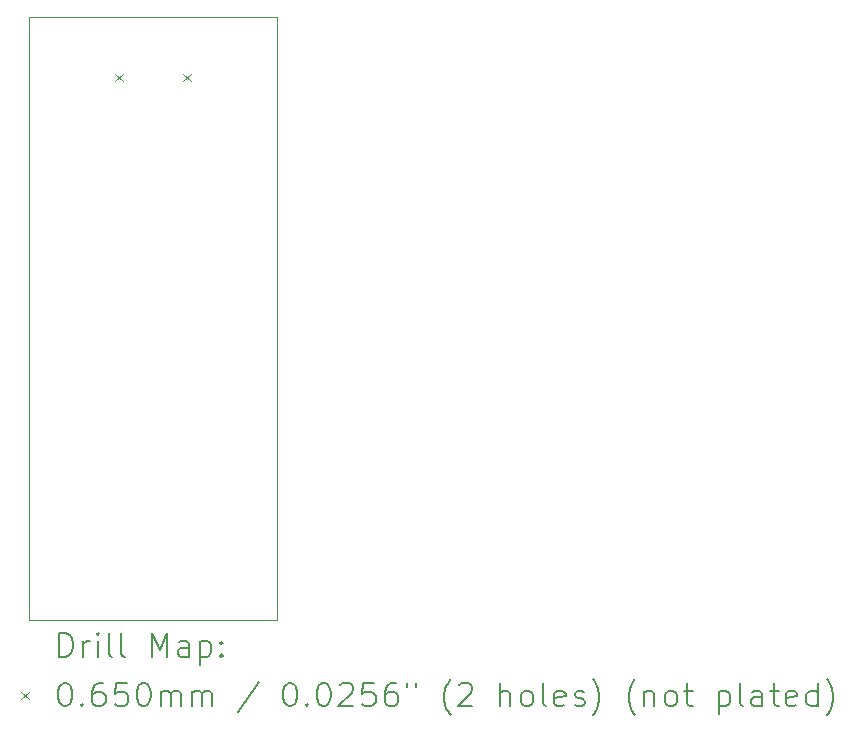
<source format=gbr>
%TF.GenerationSoftware,KiCad,Pcbnew,9.0.6*%
%TF.CreationDate,2026-01-01T23:14:20-05:00*%
%TF.ProjectId,rp2040 better,72703230-3430-4206-9265-747465722e6b,rev?*%
%TF.SameCoordinates,Original*%
%TF.FileFunction,Drillmap*%
%TF.FilePolarity,Positive*%
%FSLAX45Y45*%
G04 Gerber Fmt 4.5, Leading zero omitted, Abs format (unit mm)*
G04 Created by KiCad (PCBNEW 9.0.6) date 2026-01-01 23:14:20*
%MOMM*%
%LPD*%
G01*
G04 APERTURE LIST*
%ADD10C,0.050000*%
%ADD11C,0.200000*%
%ADD12C,0.100000*%
G04 APERTURE END LIST*
D10*
X19025000Y-5400000D02*
X21125000Y-5400000D01*
X21125000Y-10500000D01*
X19025000Y-10500000D01*
X19025000Y-5400000D01*
D11*
D12*
X19753500Y-5877500D02*
X19818500Y-5942500D01*
X19818500Y-5877500D02*
X19753500Y-5942500D01*
X20331500Y-5877500D02*
X20396500Y-5942500D01*
X20396500Y-5877500D02*
X20331500Y-5942500D01*
D11*
X19283277Y-10813984D02*
X19283277Y-10613984D01*
X19283277Y-10613984D02*
X19330896Y-10613984D01*
X19330896Y-10613984D02*
X19359467Y-10623508D01*
X19359467Y-10623508D02*
X19378515Y-10642555D01*
X19378515Y-10642555D02*
X19388039Y-10661603D01*
X19388039Y-10661603D02*
X19397563Y-10699698D01*
X19397563Y-10699698D02*
X19397563Y-10728270D01*
X19397563Y-10728270D02*
X19388039Y-10766365D01*
X19388039Y-10766365D02*
X19378515Y-10785412D01*
X19378515Y-10785412D02*
X19359467Y-10804460D01*
X19359467Y-10804460D02*
X19330896Y-10813984D01*
X19330896Y-10813984D02*
X19283277Y-10813984D01*
X19483277Y-10813984D02*
X19483277Y-10680650D01*
X19483277Y-10718746D02*
X19492801Y-10699698D01*
X19492801Y-10699698D02*
X19502324Y-10690174D01*
X19502324Y-10690174D02*
X19521372Y-10680650D01*
X19521372Y-10680650D02*
X19540420Y-10680650D01*
X19607086Y-10813984D02*
X19607086Y-10680650D01*
X19607086Y-10613984D02*
X19597563Y-10623508D01*
X19597563Y-10623508D02*
X19607086Y-10633031D01*
X19607086Y-10633031D02*
X19616610Y-10623508D01*
X19616610Y-10623508D02*
X19607086Y-10613984D01*
X19607086Y-10613984D02*
X19607086Y-10633031D01*
X19730896Y-10813984D02*
X19711848Y-10804460D01*
X19711848Y-10804460D02*
X19702324Y-10785412D01*
X19702324Y-10785412D02*
X19702324Y-10613984D01*
X19835658Y-10813984D02*
X19816610Y-10804460D01*
X19816610Y-10804460D02*
X19807086Y-10785412D01*
X19807086Y-10785412D02*
X19807086Y-10613984D01*
X20064229Y-10813984D02*
X20064229Y-10613984D01*
X20064229Y-10613984D02*
X20130896Y-10756841D01*
X20130896Y-10756841D02*
X20197563Y-10613984D01*
X20197563Y-10613984D02*
X20197563Y-10813984D01*
X20378515Y-10813984D02*
X20378515Y-10709222D01*
X20378515Y-10709222D02*
X20368991Y-10690174D01*
X20368991Y-10690174D02*
X20349944Y-10680650D01*
X20349944Y-10680650D02*
X20311848Y-10680650D01*
X20311848Y-10680650D02*
X20292801Y-10690174D01*
X20378515Y-10804460D02*
X20359467Y-10813984D01*
X20359467Y-10813984D02*
X20311848Y-10813984D01*
X20311848Y-10813984D02*
X20292801Y-10804460D01*
X20292801Y-10804460D02*
X20283277Y-10785412D01*
X20283277Y-10785412D02*
X20283277Y-10766365D01*
X20283277Y-10766365D02*
X20292801Y-10747317D01*
X20292801Y-10747317D02*
X20311848Y-10737793D01*
X20311848Y-10737793D02*
X20359467Y-10737793D01*
X20359467Y-10737793D02*
X20378515Y-10728270D01*
X20473753Y-10680650D02*
X20473753Y-10880650D01*
X20473753Y-10690174D02*
X20492801Y-10680650D01*
X20492801Y-10680650D02*
X20530896Y-10680650D01*
X20530896Y-10680650D02*
X20549944Y-10690174D01*
X20549944Y-10690174D02*
X20559467Y-10699698D01*
X20559467Y-10699698D02*
X20568991Y-10718746D01*
X20568991Y-10718746D02*
X20568991Y-10775889D01*
X20568991Y-10775889D02*
X20559467Y-10794936D01*
X20559467Y-10794936D02*
X20549944Y-10804460D01*
X20549944Y-10804460D02*
X20530896Y-10813984D01*
X20530896Y-10813984D02*
X20492801Y-10813984D01*
X20492801Y-10813984D02*
X20473753Y-10804460D01*
X20654705Y-10794936D02*
X20664229Y-10804460D01*
X20664229Y-10804460D02*
X20654705Y-10813984D01*
X20654705Y-10813984D02*
X20645182Y-10804460D01*
X20645182Y-10804460D02*
X20654705Y-10794936D01*
X20654705Y-10794936D02*
X20654705Y-10813984D01*
X20654705Y-10690174D02*
X20664229Y-10699698D01*
X20664229Y-10699698D02*
X20654705Y-10709222D01*
X20654705Y-10709222D02*
X20645182Y-10699698D01*
X20645182Y-10699698D02*
X20654705Y-10690174D01*
X20654705Y-10690174D02*
X20654705Y-10709222D01*
D12*
X18957500Y-11110000D02*
X19022500Y-11175000D01*
X19022500Y-11110000D02*
X18957500Y-11175000D01*
D11*
X19321372Y-11033984D02*
X19340420Y-11033984D01*
X19340420Y-11033984D02*
X19359467Y-11043508D01*
X19359467Y-11043508D02*
X19368991Y-11053031D01*
X19368991Y-11053031D02*
X19378515Y-11072079D01*
X19378515Y-11072079D02*
X19388039Y-11110174D01*
X19388039Y-11110174D02*
X19388039Y-11157793D01*
X19388039Y-11157793D02*
X19378515Y-11195888D01*
X19378515Y-11195888D02*
X19368991Y-11214936D01*
X19368991Y-11214936D02*
X19359467Y-11224460D01*
X19359467Y-11224460D02*
X19340420Y-11233984D01*
X19340420Y-11233984D02*
X19321372Y-11233984D01*
X19321372Y-11233984D02*
X19302324Y-11224460D01*
X19302324Y-11224460D02*
X19292801Y-11214936D01*
X19292801Y-11214936D02*
X19283277Y-11195888D01*
X19283277Y-11195888D02*
X19273753Y-11157793D01*
X19273753Y-11157793D02*
X19273753Y-11110174D01*
X19273753Y-11110174D02*
X19283277Y-11072079D01*
X19283277Y-11072079D02*
X19292801Y-11053031D01*
X19292801Y-11053031D02*
X19302324Y-11043508D01*
X19302324Y-11043508D02*
X19321372Y-11033984D01*
X19473753Y-11214936D02*
X19483277Y-11224460D01*
X19483277Y-11224460D02*
X19473753Y-11233984D01*
X19473753Y-11233984D02*
X19464229Y-11224460D01*
X19464229Y-11224460D02*
X19473753Y-11214936D01*
X19473753Y-11214936D02*
X19473753Y-11233984D01*
X19654705Y-11033984D02*
X19616610Y-11033984D01*
X19616610Y-11033984D02*
X19597563Y-11043508D01*
X19597563Y-11043508D02*
X19588039Y-11053031D01*
X19588039Y-11053031D02*
X19568991Y-11081603D01*
X19568991Y-11081603D02*
X19559467Y-11119698D01*
X19559467Y-11119698D02*
X19559467Y-11195888D01*
X19559467Y-11195888D02*
X19568991Y-11214936D01*
X19568991Y-11214936D02*
X19578515Y-11224460D01*
X19578515Y-11224460D02*
X19597563Y-11233984D01*
X19597563Y-11233984D02*
X19635658Y-11233984D01*
X19635658Y-11233984D02*
X19654705Y-11224460D01*
X19654705Y-11224460D02*
X19664229Y-11214936D01*
X19664229Y-11214936D02*
X19673753Y-11195888D01*
X19673753Y-11195888D02*
X19673753Y-11148270D01*
X19673753Y-11148270D02*
X19664229Y-11129222D01*
X19664229Y-11129222D02*
X19654705Y-11119698D01*
X19654705Y-11119698D02*
X19635658Y-11110174D01*
X19635658Y-11110174D02*
X19597563Y-11110174D01*
X19597563Y-11110174D02*
X19578515Y-11119698D01*
X19578515Y-11119698D02*
X19568991Y-11129222D01*
X19568991Y-11129222D02*
X19559467Y-11148270D01*
X19854705Y-11033984D02*
X19759467Y-11033984D01*
X19759467Y-11033984D02*
X19749944Y-11129222D01*
X19749944Y-11129222D02*
X19759467Y-11119698D01*
X19759467Y-11119698D02*
X19778515Y-11110174D01*
X19778515Y-11110174D02*
X19826134Y-11110174D01*
X19826134Y-11110174D02*
X19845182Y-11119698D01*
X19845182Y-11119698D02*
X19854705Y-11129222D01*
X19854705Y-11129222D02*
X19864229Y-11148270D01*
X19864229Y-11148270D02*
X19864229Y-11195888D01*
X19864229Y-11195888D02*
X19854705Y-11214936D01*
X19854705Y-11214936D02*
X19845182Y-11224460D01*
X19845182Y-11224460D02*
X19826134Y-11233984D01*
X19826134Y-11233984D02*
X19778515Y-11233984D01*
X19778515Y-11233984D02*
X19759467Y-11224460D01*
X19759467Y-11224460D02*
X19749944Y-11214936D01*
X19988039Y-11033984D02*
X20007086Y-11033984D01*
X20007086Y-11033984D02*
X20026134Y-11043508D01*
X20026134Y-11043508D02*
X20035658Y-11053031D01*
X20035658Y-11053031D02*
X20045182Y-11072079D01*
X20045182Y-11072079D02*
X20054705Y-11110174D01*
X20054705Y-11110174D02*
X20054705Y-11157793D01*
X20054705Y-11157793D02*
X20045182Y-11195888D01*
X20045182Y-11195888D02*
X20035658Y-11214936D01*
X20035658Y-11214936D02*
X20026134Y-11224460D01*
X20026134Y-11224460D02*
X20007086Y-11233984D01*
X20007086Y-11233984D02*
X19988039Y-11233984D01*
X19988039Y-11233984D02*
X19968991Y-11224460D01*
X19968991Y-11224460D02*
X19959467Y-11214936D01*
X19959467Y-11214936D02*
X19949944Y-11195888D01*
X19949944Y-11195888D02*
X19940420Y-11157793D01*
X19940420Y-11157793D02*
X19940420Y-11110174D01*
X19940420Y-11110174D02*
X19949944Y-11072079D01*
X19949944Y-11072079D02*
X19959467Y-11053031D01*
X19959467Y-11053031D02*
X19968991Y-11043508D01*
X19968991Y-11043508D02*
X19988039Y-11033984D01*
X20140420Y-11233984D02*
X20140420Y-11100650D01*
X20140420Y-11119698D02*
X20149944Y-11110174D01*
X20149944Y-11110174D02*
X20168991Y-11100650D01*
X20168991Y-11100650D02*
X20197563Y-11100650D01*
X20197563Y-11100650D02*
X20216610Y-11110174D01*
X20216610Y-11110174D02*
X20226134Y-11129222D01*
X20226134Y-11129222D02*
X20226134Y-11233984D01*
X20226134Y-11129222D02*
X20235658Y-11110174D01*
X20235658Y-11110174D02*
X20254705Y-11100650D01*
X20254705Y-11100650D02*
X20283277Y-11100650D01*
X20283277Y-11100650D02*
X20302325Y-11110174D01*
X20302325Y-11110174D02*
X20311848Y-11129222D01*
X20311848Y-11129222D02*
X20311848Y-11233984D01*
X20407086Y-11233984D02*
X20407086Y-11100650D01*
X20407086Y-11119698D02*
X20416610Y-11110174D01*
X20416610Y-11110174D02*
X20435658Y-11100650D01*
X20435658Y-11100650D02*
X20464229Y-11100650D01*
X20464229Y-11100650D02*
X20483277Y-11110174D01*
X20483277Y-11110174D02*
X20492801Y-11129222D01*
X20492801Y-11129222D02*
X20492801Y-11233984D01*
X20492801Y-11129222D02*
X20502325Y-11110174D01*
X20502325Y-11110174D02*
X20521372Y-11100650D01*
X20521372Y-11100650D02*
X20549944Y-11100650D01*
X20549944Y-11100650D02*
X20568991Y-11110174D01*
X20568991Y-11110174D02*
X20578515Y-11129222D01*
X20578515Y-11129222D02*
X20578515Y-11233984D01*
X20968991Y-11024460D02*
X20797563Y-11281603D01*
X21226134Y-11033984D02*
X21245182Y-11033984D01*
X21245182Y-11033984D02*
X21264229Y-11043508D01*
X21264229Y-11043508D02*
X21273753Y-11053031D01*
X21273753Y-11053031D02*
X21283277Y-11072079D01*
X21283277Y-11072079D02*
X21292801Y-11110174D01*
X21292801Y-11110174D02*
X21292801Y-11157793D01*
X21292801Y-11157793D02*
X21283277Y-11195888D01*
X21283277Y-11195888D02*
X21273753Y-11214936D01*
X21273753Y-11214936D02*
X21264229Y-11224460D01*
X21264229Y-11224460D02*
X21245182Y-11233984D01*
X21245182Y-11233984D02*
X21226134Y-11233984D01*
X21226134Y-11233984D02*
X21207087Y-11224460D01*
X21207087Y-11224460D02*
X21197563Y-11214936D01*
X21197563Y-11214936D02*
X21188039Y-11195888D01*
X21188039Y-11195888D02*
X21178515Y-11157793D01*
X21178515Y-11157793D02*
X21178515Y-11110174D01*
X21178515Y-11110174D02*
X21188039Y-11072079D01*
X21188039Y-11072079D02*
X21197563Y-11053031D01*
X21197563Y-11053031D02*
X21207087Y-11043508D01*
X21207087Y-11043508D02*
X21226134Y-11033984D01*
X21378515Y-11214936D02*
X21388039Y-11224460D01*
X21388039Y-11224460D02*
X21378515Y-11233984D01*
X21378515Y-11233984D02*
X21368991Y-11224460D01*
X21368991Y-11224460D02*
X21378515Y-11214936D01*
X21378515Y-11214936D02*
X21378515Y-11233984D01*
X21511848Y-11033984D02*
X21530896Y-11033984D01*
X21530896Y-11033984D02*
X21549944Y-11043508D01*
X21549944Y-11043508D02*
X21559468Y-11053031D01*
X21559468Y-11053031D02*
X21568991Y-11072079D01*
X21568991Y-11072079D02*
X21578515Y-11110174D01*
X21578515Y-11110174D02*
X21578515Y-11157793D01*
X21578515Y-11157793D02*
X21568991Y-11195888D01*
X21568991Y-11195888D02*
X21559468Y-11214936D01*
X21559468Y-11214936D02*
X21549944Y-11224460D01*
X21549944Y-11224460D02*
X21530896Y-11233984D01*
X21530896Y-11233984D02*
X21511848Y-11233984D01*
X21511848Y-11233984D02*
X21492801Y-11224460D01*
X21492801Y-11224460D02*
X21483277Y-11214936D01*
X21483277Y-11214936D02*
X21473753Y-11195888D01*
X21473753Y-11195888D02*
X21464229Y-11157793D01*
X21464229Y-11157793D02*
X21464229Y-11110174D01*
X21464229Y-11110174D02*
X21473753Y-11072079D01*
X21473753Y-11072079D02*
X21483277Y-11053031D01*
X21483277Y-11053031D02*
X21492801Y-11043508D01*
X21492801Y-11043508D02*
X21511848Y-11033984D01*
X21654706Y-11053031D02*
X21664229Y-11043508D01*
X21664229Y-11043508D02*
X21683277Y-11033984D01*
X21683277Y-11033984D02*
X21730896Y-11033984D01*
X21730896Y-11033984D02*
X21749944Y-11043508D01*
X21749944Y-11043508D02*
X21759468Y-11053031D01*
X21759468Y-11053031D02*
X21768991Y-11072079D01*
X21768991Y-11072079D02*
X21768991Y-11091127D01*
X21768991Y-11091127D02*
X21759468Y-11119698D01*
X21759468Y-11119698D02*
X21645182Y-11233984D01*
X21645182Y-11233984D02*
X21768991Y-11233984D01*
X21949944Y-11033984D02*
X21854706Y-11033984D01*
X21854706Y-11033984D02*
X21845182Y-11129222D01*
X21845182Y-11129222D02*
X21854706Y-11119698D01*
X21854706Y-11119698D02*
X21873753Y-11110174D01*
X21873753Y-11110174D02*
X21921372Y-11110174D01*
X21921372Y-11110174D02*
X21940420Y-11119698D01*
X21940420Y-11119698D02*
X21949944Y-11129222D01*
X21949944Y-11129222D02*
X21959468Y-11148270D01*
X21959468Y-11148270D02*
X21959468Y-11195888D01*
X21959468Y-11195888D02*
X21949944Y-11214936D01*
X21949944Y-11214936D02*
X21940420Y-11224460D01*
X21940420Y-11224460D02*
X21921372Y-11233984D01*
X21921372Y-11233984D02*
X21873753Y-11233984D01*
X21873753Y-11233984D02*
X21854706Y-11224460D01*
X21854706Y-11224460D02*
X21845182Y-11214936D01*
X22130896Y-11033984D02*
X22092801Y-11033984D01*
X22092801Y-11033984D02*
X22073753Y-11043508D01*
X22073753Y-11043508D02*
X22064229Y-11053031D01*
X22064229Y-11053031D02*
X22045182Y-11081603D01*
X22045182Y-11081603D02*
X22035658Y-11119698D01*
X22035658Y-11119698D02*
X22035658Y-11195888D01*
X22035658Y-11195888D02*
X22045182Y-11214936D01*
X22045182Y-11214936D02*
X22054706Y-11224460D01*
X22054706Y-11224460D02*
X22073753Y-11233984D01*
X22073753Y-11233984D02*
X22111849Y-11233984D01*
X22111849Y-11233984D02*
X22130896Y-11224460D01*
X22130896Y-11224460D02*
X22140420Y-11214936D01*
X22140420Y-11214936D02*
X22149944Y-11195888D01*
X22149944Y-11195888D02*
X22149944Y-11148270D01*
X22149944Y-11148270D02*
X22140420Y-11129222D01*
X22140420Y-11129222D02*
X22130896Y-11119698D01*
X22130896Y-11119698D02*
X22111849Y-11110174D01*
X22111849Y-11110174D02*
X22073753Y-11110174D01*
X22073753Y-11110174D02*
X22054706Y-11119698D01*
X22054706Y-11119698D02*
X22045182Y-11129222D01*
X22045182Y-11129222D02*
X22035658Y-11148270D01*
X22226134Y-11033984D02*
X22226134Y-11072079D01*
X22302325Y-11033984D02*
X22302325Y-11072079D01*
X22597563Y-11310174D02*
X22588039Y-11300650D01*
X22588039Y-11300650D02*
X22568991Y-11272079D01*
X22568991Y-11272079D02*
X22559468Y-11253031D01*
X22559468Y-11253031D02*
X22549944Y-11224460D01*
X22549944Y-11224460D02*
X22540420Y-11176841D01*
X22540420Y-11176841D02*
X22540420Y-11138746D01*
X22540420Y-11138746D02*
X22549944Y-11091127D01*
X22549944Y-11091127D02*
X22559468Y-11062555D01*
X22559468Y-11062555D02*
X22568991Y-11043508D01*
X22568991Y-11043508D02*
X22588039Y-11014936D01*
X22588039Y-11014936D02*
X22597563Y-11005412D01*
X22664229Y-11053031D02*
X22673753Y-11043508D01*
X22673753Y-11043508D02*
X22692801Y-11033984D01*
X22692801Y-11033984D02*
X22740420Y-11033984D01*
X22740420Y-11033984D02*
X22759468Y-11043508D01*
X22759468Y-11043508D02*
X22768991Y-11053031D01*
X22768991Y-11053031D02*
X22778515Y-11072079D01*
X22778515Y-11072079D02*
X22778515Y-11091127D01*
X22778515Y-11091127D02*
X22768991Y-11119698D01*
X22768991Y-11119698D02*
X22654706Y-11233984D01*
X22654706Y-11233984D02*
X22778515Y-11233984D01*
X23016610Y-11233984D02*
X23016610Y-11033984D01*
X23102325Y-11233984D02*
X23102325Y-11129222D01*
X23102325Y-11129222D02*
X23092801Y-11110174D01*
X23092801Y-11110174D02*
X23073753Y-11100650D01*
X23073753Y-11100650D02*
X23045182Y-11100650D01*
X23045182Y-11100650D02*
X23026134Y-11110174D01*
X23026134Y-11110174D02*
X23016610Y-11119698D01*
X23226134Y-11233984D02*
X23207087Y-11224460D01*
X23207087Y-11224460D02*
X23197563Y-11214936D01*
X23197563Y-11214936D02*
X23188039Y-11195888D01*
X23188039Y-11195888D02*
X23188039Y-11138746D01*
X23188039Y-11138746D02*
X23197563Y-11119698D01*
X23197563Y-11119698D02*
X23207087Y-11110174D01*
X23207087Y-11110174D02*
X23226134Y-11100650D01*
X23226134Y-11100650D02*
X23254706Y-11100650D01*
X23254706Y-11100650D02*
X23273753Y-11110174D01*
X23273753Y-11110174D02*
X23283277Y-11119698D01*
X23283277Y-11119698D02*
X23292801Y-11138746D01*
X23292801Y-11138746D02*
X23292801Y-11195888D01*
X23292801Y-11195888D02*
X23283277Y-11214936D01*
X23283277Y-11214936D02*
X23273753Y-11224460D01*
X23273753Y-11224460D02*
X23254706Y-11233984D01*
X23254706Y-11233984D02*
X23226134Y-11233984D01*
X23407087Y-11233984D02*
X23388039Y-11224460D01*
X23388039Y-11224460D02*
X23378515Y-11205412D01*
X23378515Y-11205412D02*
X23378515Y-11033984D01*
X23559468Y-11224460D02*
X23540420Y-11233984D01*
X23540420Y-11233984D02*
X23502325Y-11233984D01*
X23502325Y-11233984D02*
X23483277Y-11224460D01*
X23483277Y-11224460D02*
X23473753Y-11205412D01*
X23473753Y-11205412D02*
X23473753Y-11129222D01*
X23473753Y-11129222D02*
X23483277Y-11110174D01*
X23483277Y-11110174D02*
X23502325Y-11100650D01*
X23502325Y-11100650D02*
X23540420Y-11100650D01*
X23540420Y-11100650D02*
X23559468Y-11110174D01*
X23559468Y-11110174D02*
X23568991Y-11129222D01*
X23568991Y-11129222D02*
X23568991Y-11148270D01*
X23568991Y-11148270D02*
X23473753Y-11167317D01*
X23645182Y-11224460D02*
X23664230Y-11233984D01*
X23664230Y-11233984D02*
X23702325Y-11233984D01*
X23702325Y-11233984D02*
X23721372Y-11224460D01*
X23721372Y-11224460D02*
X23730896Y-11205412D01*
X23730896Y-11205412D02*
X23730896Y-11195888D01*
X23730896Y-11195888D02*
X23721372Y-11176841D01*
X23721372Y-11176841D02*
X23702325Y-11167317D01*
X23702325Y-11167317D02*
X23673753Y-11167317D01*
X23673753Y-11167317D02*
X23654706Y-11157793D01*
X23654706Y-11157793D02*
X23645182Y-11138746D01*
X23645182Y-11138746D02*
X23645182Y-11129222D01*
X23645182Y-11129222D02*
X23654706Y-11110174D01*
X23654706Y-11110174D02*
X23673753Y-11100650D01*
X23673753Y-11100650D02*
X23702325Y-11100650D01*
X23702325Y-11100650D02*
X23721372Y-11110174D01*
X23797563Y-11310174D02*
X23807087Y-11300650D01*
X23807087Y-11300650D02*
X23826134Y-11272079D01*
X23826134Y-11272079D02*
X23835658Y-11253031D01*
X23835658Y-11253031D02*
X23845182Y-11224460D01*
X23845182Y-11224460D02*
X23854706Y-11176841D01*
X23854706Y-11176841D02*
X23854706Y-11138746D01*
X23854706Y-11138746D02*
X23845182Y-11091127D01*
X23845182Y-11091127D02*
X23835658Y-11062555D01*
X23835658Y-11062555D02*
X23826134Y-11043508D01*
X23826134Y-11043508D02*
X23807087Y-11014936D01*
X23807087Y-11014936D02*
X23797563Y-11005412D01*
X24159468Y-11310174D02*
X24149944Y-11300650D01*
X24149944Y-11300650D02*
X24130896Y-11272079D01*
X24130896Y-11272079D02*
X24121372Y-11253031D01*
X24121372Y-11253031D02*
X24111849Y-11224460D01*
X24111849Y-11224460D02*
X24102325Y-11176841D01*
X24102325Y-11176841D02*
X24102325Y-11138746D01*
X24102325Y-11138746D02*
X24111849Y-11091127D01*
X24111849Y-11091127D02*
X24121372Y-11062555D01*
X24121372Y-11062555D02*
X24130896Y-11043508D01*
X24130896Y-11043508D02*
X24149944Y-11014936D01*
X24149944Y-11014936D02*
X24159468Y-11005412D01*
X24235658Y-11100650D02*
X24235658Y-11233984D01*
X24235658Y-11119698D02*
X24245182Y-11110174D01*
X24245182Y-11110174D02*
X24264230Y-11100650D01*
X24264230Y-11100650D02*
X24292801Y-11100650D01*
X24292801Y-11100650D02*
X24311849Y-11110174D01*
X24311849Y-11110174D02*
X24321372Y-11129222D01*
X24321372Y-11129222D02*
X24321372Y-11233984D01*
X24445182Y-11233984D02*
X24426134Y-11224460D01*
X24426134Y-11224460D02*
X24416611Y-11214936D01*
X24416611Y-11214936D02*
X24407087Y-11195888D01*
X24407087Y-11195888D02*
X24407087Y-11138746D01*
X24407087Y-11138746D02*
X24416611Y-11119698D01*
X24416611Y-11119698D02*
X24426134Y-11110174D01*
X24426134Y-11110174D02*
X24445182Y-11100650D01*
X24445182Y-11100650D02*
X24473753Y-11100650D01*
X24473753Y-11100650D02*
X24492801Y-11110174D01*
X24492801Y-11110174D02*
X24502325Y-11119698D01*
X24502325Y-11119698D02*
X24511849Y-11138746D01*
X24511849Y-11138746D02*
X24511849Y-11195888D01*
X24511849Y-11195888D02*
X24502325Y-11214936D01*
X24502325Y-11214936D02*
X24492801Y-11224460D01*
X24492801Y-11224460D02*
X24473753Y-11233984D01*
X24473753Y-11233984D02*
X24445182Y-11233984D01*
X24568992Y-11100650D02*
X24645182Y-11100650D01*
X24597563Y-11033984D02*
X24597563Y-11205412D01*
X24597563Y-11205412D02*
X24607087Y-11224460D01*
X24607087Y-11224460D02*
X24626134Y-11233984D01*
X24626134Y-11233984D02*
X24645182Y-11233984D01*
X24864230Y-11100650D02*
X24864230Y-11300650D01*
X24864230Y-11110174D02*
X24883277Y-11100650D01*
X24883277Y-11100650D02*
X24921373Y-11100650D01*
X24921373Y-11100650D02*
X24940420Y-11110174D01*
X24940420Y-11110174D02*
X24949944Y-11119698D01*
X24949944Y-11119698D02*
X24959468Y-11138746D01*
X24959468Y-11138746D02*
X24959468Y-11195888D01*
X24959468Y-11195888D02*
X24949944Y-11214936D01*
X24949944Y-11214936D02*
X24940420Y-11224460D01*
X24940420Y-11224460D02*
X24921373Y-11233984D01*
X24921373Y-11233984D02*
X24883277Y-11233984D01*
X24883277Y-11233984D02*
X24864230Y-11224460D01*
X25073753Y-11233984D02*
X25054706Y-11224460D01*
X25054706Y-11224460D02*
X25045182Y-11205412D01*
X25045182Y-11205412D02*
X25045182Y-11033984D01*
X25235658Y-11233984D02*
X25235658Y-11129222D01*
X25235658Y-11129222D02*
X25226134Y-11110174D01*
X25226134Y-11110174D02*
X25207087Y-11100650D01*
X25207087Y-11100650D02*
X25168992Y-11100650D01*
X25168992Y-11100650D02*
X25149944Y-11110174D01*
X25235658Y-11224460D02*
X25216611Y-11233984D01*
X25216611Y-11233984D02*
X25168992Y-11233984D01*
X25168992Y-11233984D02*
X25149944Y-11224460D01*
X25149944Y-11224460D02*
X25140420Y-11205412D01*
X25140420Y-11205412D02*
X25140420Y-11186365D01*
X25140420Y-11186365D02*
X25149944Y-11167317D01*
X25149944Y-11167317D02*
X25168992Y-11157793D01*
X25168992Y-11157793D02*
X25216611Y-11157793D01*
X25216611Y-11157793D02*
X25235658Y-11148270D01*
X25302325Y-11100650D02*
X25378515Y-11100650D01*
X25330896Y-11033984D02*
X25330896Y-11205412D01*
X25330896Y-11205412D02*
X25340420Y-11224460D01*
X25340420Y-11224460D02*
X25359468Y-11233984D01*
X25359468Y-11233984D02*
X25378515Y-11233984D01*
X25521373Y-11224460D02*
X25502325Y-11233984D01*
X25502325Y-11233984D02*
X25464230Y-11233984D01*
X25464230Y-11233984D02*
X25445182Y-11224460D01*
X25445182Y-11224460D02*
X25435658Y-11205412D01*
X25435658Y-11205412D02*
X25435658Y-11129222D01*
X25435658Y-11129222D02*
X25445182Y-11110174D01*
X25445182Y-11110174D02*
X25464230Y-11100650D01*
X25464230Y-11100650D02*
X25502325Y-11100650D01*
X25502325Y-11100650D02*
X25521373Y-11110174D01*
X25521373Y-11110174D02*
X25530896Y-11129222D01*
X25530896Y-11129222D02*
X25530896Y-11148270D01*
X25530896Y-11148270D02*
X25435658Y-11167317D01*
X25702325Y-11233984D02*
X25702325Y-11033984D01*
X25702325Y-11224460D02*
X25683277Y-11233984D01*
X25683277Y-11233984D02*
X25645182Y-11233984D01*
X25645182Y-11233984D02*
X25626134Y-11224460D01*
X25626134Y-11224460D02*
X25616611Y-11214936D01*
X25616611Y-11214936D02*
X25607087Y-11195888D01*
X25607087Y-11195888D02*
X25607087Y-11138746D01*
X25607087Y-11138746D02*
X25616611Y-11119698D01*
X25616611Y-11119698D02*
X25626134Y-11110174D01*
X25626134Y-11110174D02*
X25645182Y-11100650D01*
X25645182Y-11100650D02*
X25683277Y-11100650D01*
X25683277Y-11100650D02*
X25702325Y-11110174D01*
X25778515Y-11310174D02*
X25788039Y-11300650D01*
X25788039Y-11300650D02*
X25807087Y-11272079D01*
X25807087Y-11272079D02*
X25816611Y-11253031D01*
X25816611Y-11253031D02*
X25826134Y-11224460D01*
X25826134Y-11224460D02*
X25835658Y-11176841D01*
X25835658Y-11176841D02*
X25835658Y-11138746D01*
X25835658Y-11138746D02*
X25826134Y-11091127D01*
X25826134Y-11091127D02*
X25816611Y-11062555D01*
X25816611Y-11062555D02*
X25807087Y-11043508D01*
X25807087Y-11043508D02*
X25788039Y-11014936D01*
X25788039Y-11014936D02*
X25778515Y-11005412D01*
M02*

</source>
